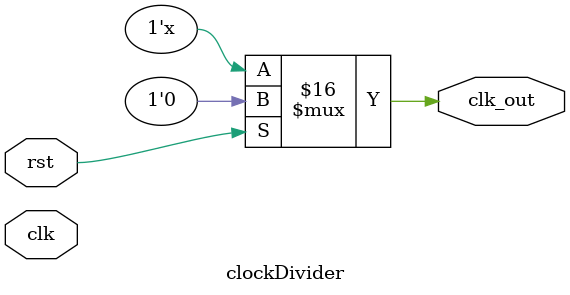
<source format=v>
`timescale 1ns / 1ps


module clockDivider #(parameter n = 2) (input clk, rst, output reg clk_out);
reg [31:0] count; // Big enough to hold the maximum possible value
// Increment count
always @ ((clk), (rst)) begin // Asynchronous Reset
if (rst == 1'b1)
count <= 32'b0;
else if (count == n-1)
count <= 32'b0;

else
count <= count +1;
end

// Handle the output clock
always @ ((clk), (rst)) begin // Asynchronous Reset
if (rst == 1'b1)
clk_out <= 1'b0;
else if (count == n-1)
clk_out = ~clk_out;

end
endmodule
</source>
